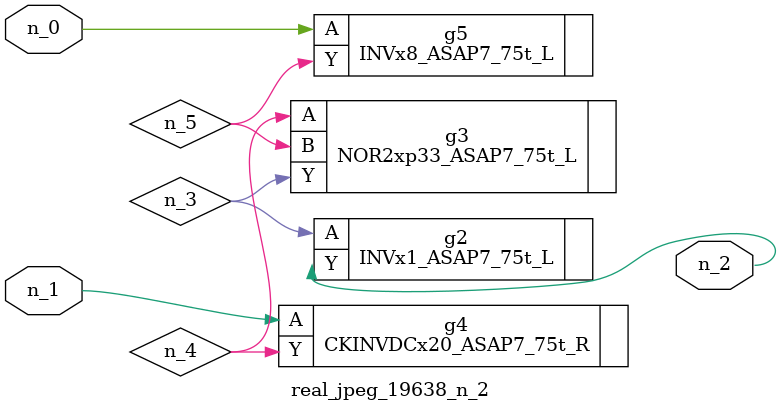
<source format=v>
module real_jpeg_19638_n_2 (n_1, n_0, n_2);

input n_1;
input n_0;

output n_2;

wire n_5;
wire n_4;
wire n_3;

INVx8_ASAP7_75t_L g5 ( 
.A(n_0),
.Y(n_5)
);

CKINVDCx20_ASAP7_75t_R g4 ( 
.A(n_1),
.Y(n_4)
);

INVx1_ASAP7_75t_L g2 ( 
.A(n_3),
.Y(n_2)
);

NOR2xp33_ASAP7_75t_L g3 ( 
.A(n_4),
.B(n_5),
.Y(n_3)
);


endmodule
</source>
